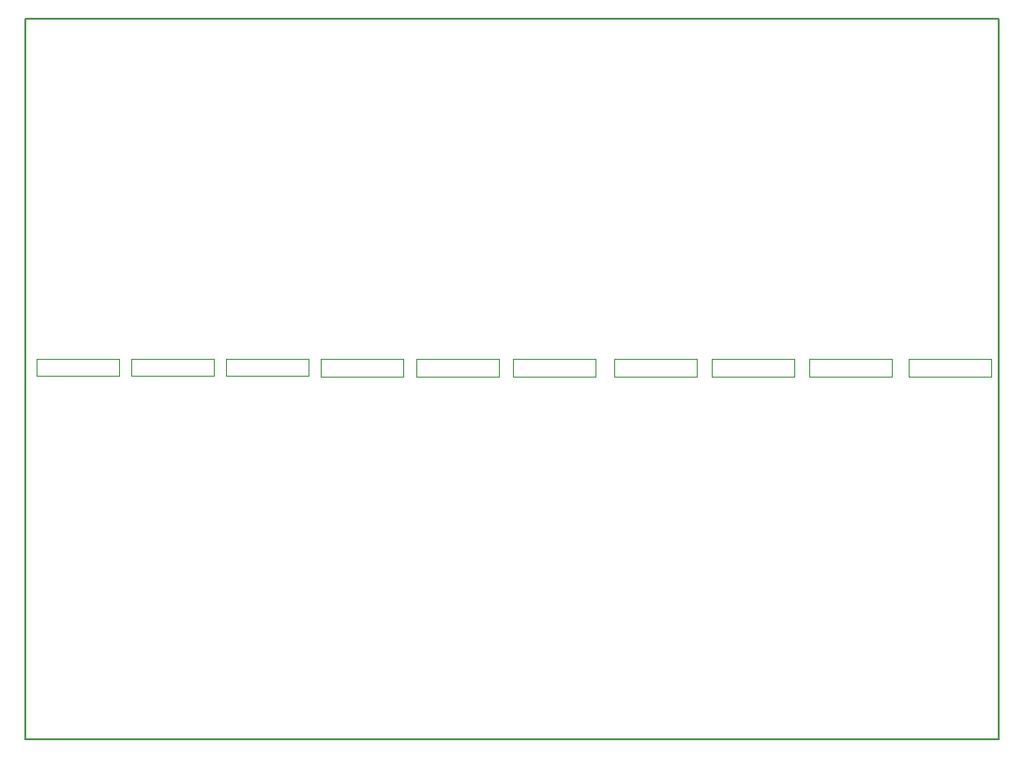
<source format=gbr>
%TF.GenerationSoftware,KiCad,Pcbnew,6.99.0-unknown-492e6548ff~162~ubuntu22.04.1*%
%TF.CreationDate,2022-12-11T13:45:44+01:00*%
%TF.ProjectId,lora_dual,6c6f7261-5f64-4756-916c-2e6b69636164,rev?*%
%TF.SameCoordinates,Original*%
%TF.FileFunction,Profile,NP*%
%FSLAX46Y46*%
G04 Gerber Fmt 4.6, Leading zero omitted, Abs format (unit mm)*
G04 Created by KiCad (PCBNEW 6.99.0-unknown-492e6548ff~162~ubuntu22.04.1) date 2022-12-11 13:45:44*
%MOMM*%
%LPD*%
G01*
G04 APERTURE LIST*
%TA.AperFunction,Profile*%
%ADD10C,0.100000*%
%TD*%
%TA.AperFunction,Profile*%
%ADD11C,0.150000*%
%TD*%
G04 APERTURE END LIST*
D10*
X153750000Y-125950000D02*
X161200000Y-125950000D01*
X161200000Y-125950000D02*
X161200000Y-127550000D01*
X161200000Y-127550000D02*
X153750000Y-127550000D01*
X153750000Y-127550000D02*
X153750000Y-125950000D01*
X206400000Y-126000000D02*
X213850000Y-126000000D01*
X213850000Y-126000000D02*
X213850000Y-127600000D01*
X213850000Y-127600000D02*
X206400000Y-127600000D01*
X206400000Y-127600000D02*
X206400000Y-126000000D01*
X215400000Y-126000000D02*
X222850000Y-126000000D01*
X222850000Y-126000000D02*
X222850000Y-127600000D01*
X222850000Y-127600000D02*
X215400000Y-127600000D01*
X215400000Y-127600000D02*
X215400000Y-126000000D01*
X197550000Y-126000000D02*
X205000000Y-126000000D01*
X205000000Y-126000000D02*
X205000000Y-127600000D01*
X205000000Y-127600000D02*
X197550000Y-127600000D01*
X197550000Y-127600000D02*
X197550000Y-126000000D01*
D11*
X135600000Y-95250000D02*
X223500000Y-95250000D01*
X223500000Y-95250000D02*
X223500000Y-160350000D01*
X223500000Y-160350000D02*
X135600000Y-160350000D01*
X135600000Y-160350000D02*
X135600000Y-95250000D01*
D10*
X145200000Y-125950000D02*
X152650000Y-125950000D01*
X152650000Y-125950000D02*
X152650000Y-127550000D01*
X152650000Y-127550000D02*
X145200000Y-127550000D01*
X145200000Y-127550000D02*
X145200000Y-125950000D01*
X179600000Y-126000000D02*
X187050000Y-126000000D01*
X187050000Y-126000000D02*
X187050000Y-127600000D01*
X187050000Y-127600000D02*
X179600000Y-127600000D01*
X179600000Y-127600000D02*
X179600000Y-126000000D01*
X136600000Y-125950000D02*
X144050000Y-125950000D01*
X144050000Y-125950000D02*
X144050000Y-127550000D01*
X144050000Y-127550000D02*
X136600000Y-127550000D01*
X136600000Y-127550000D02*
X136600000Y-125950000D01*
X188750000Y-126000000D02*
X196200000Y-126000000D01*
X196200000Y-126000000D02*
X196200000Y-127600000D01*
X196200000Y-127600000D02*
X188750000Y-127600000D01*
X188750000Y-127600000D02*
X188750000Y-126000000D01*
X170900000Y-126000000D02*
X178350000Y-126000000D01*
X178350000Y-126000000D02*
X178350000Y-127600000D01*
X178350000Y-127600000D02*
X170900000Y-127600000D01*
X170900000Y-127600000D02*
X170900000Y-126000000D01*
X162250000Y-126000000D02*
X169700000Y-126000000D01*
X169700000Y-126000000D02*
X169700000Y-127600000D01*
X169700000Y-127600000D02*
X162250000Y-127600000D01*
X162250000Y-127600000D02*
X162250000Y-126000000D01*
M02*

</source>
